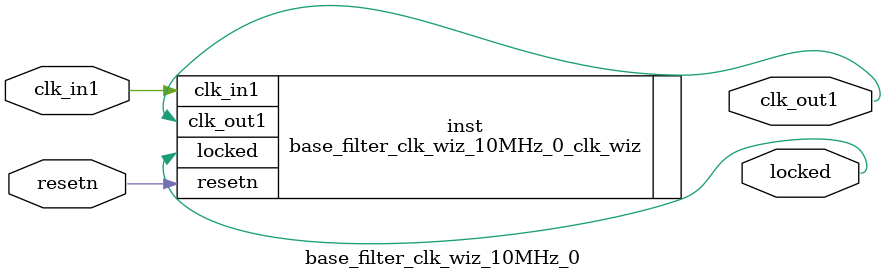
<source format=v>


`timescale 1ps/1ps

(* CORE_GENERATION_INFO = "base_filter_clk_wiz_10MHz_0,clk_wiz_v6_0_4_0_0,{component_name=base_filter_clk_wiz_10MHz_0,use_phase_alignment=true,use_min_o_jitter=false,use_max_i_jitter=false,use_dyn_phase_shift=false,use_inclk_switchover=false,use_dyn_reconfig=false,enable_axi=0,feedback_source=FDBK_AUTO,PRIMITIVE=MMCM,num_out_clk=1,clkin1_period=10.000,clkin2_period=10.000,use_power_down=false,use_reset=true,use_locked=true,use_inclk_stopped=false,feedback_type=SINGLE,CLOCK_MGR_TYPE=NA,manual_override=false}" *)

module base_filter_clk_wiz_10MHz_0 
 (
  // Clock out ports
  output        clk_out1,
  // Status and control signals
  input         resetn,
  output        locked,
 // Clock in ports
  input         clk_in1
 );

  base_filter_clk_wiz_10MHz_0_clk_wiz inst
  (
  // Clock out ports  
  .clk_out1(clk_out1),
  // Status and control signals               
  .resetn(resetn), 
  .locked(locked),
 // Clock in ports
  .clk_in1(clk_in1)
  );

endmodule

</source>
